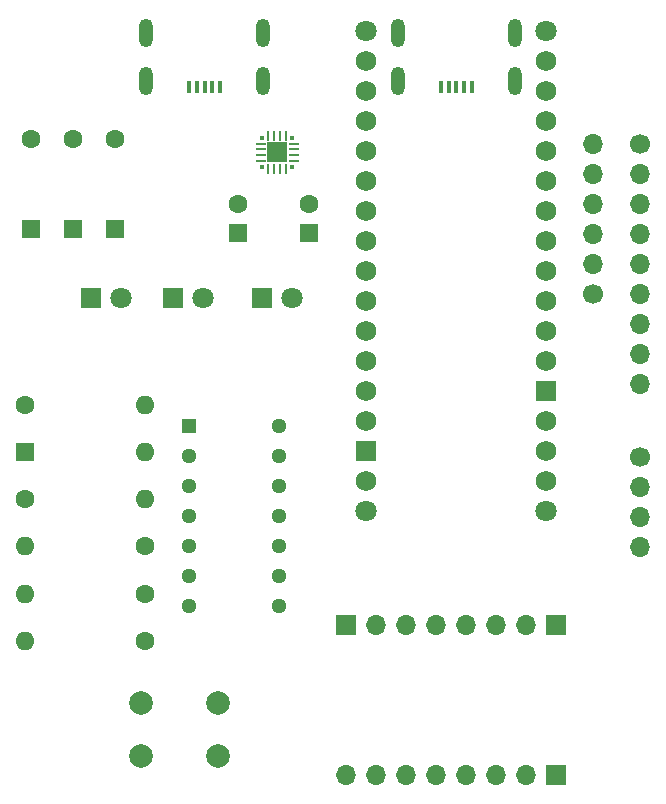
<source format=gbr>
%TF.GenerationSoftware,KiCad,Pcbnew,9.0.1-9.0.1-0~ubuntu24.04.1*%
%TF.CreationDate,2025-04-06T11:40:15+01:00*%
%TF.ProjectId,NanoMotorBreakout,4e616e6f-4d6f-4746-9f72-427265616b6f,rev?*%
%TF.SameCoordinates,Original*%
%TF.FileFunction,Soldermask,Top*%
%TF.FilePolarity,Negative*%
%FSLAX46Y46*%
G04 Gerber Fmt 4.6, Leading zero omitted, Abs format (unit mm)*
G04 Created by KiCad (PCBNEW 9.0.1-9.0.1-0~ubuntu24.04.1) date 2025-04-06 11:40:15*
%MOMM*%
%LPD*%
G01*
G04 APERTURE LIST*
%ADD10C,1.700000*%
%ADD11O,1.700000X1.700000*%
%ADD12R,1.295400X1.295400*%
%ADD13C,1.295400*%
%ADD14C,2.000000*%
%ADD15C,1.600000*%
%ADD16O,1.600000X1.600000*%
%ADD17R,1.600000X1.600000*%
%ADD18R,1.700000X1.700000*%
%ADD19R,0.457200X1.092200*%
%ADD20O,1.200000X2.400000*%
%ADD21R,1.800000X1.800000*%
%ADD22C,1.800000*%
%ADD23R,0.355600X0.355600*%
%ADD24R,0.812800X0.254000*%
%ADD25R,0.254000X0.812800*%
%ADD26R,1.701800X1.701800*%
%ADD27C,1.727200*%
%ADD28R,1.727200X1.727200*%
G04 APERTURE END LIST*
D10*
%TO.C,J4*%
X177240000Y-80760000D03*
D11*
X177240000Y-78220000D03*
X177240000Y-75680000D03*
X177240000Y-73140000D03*
X177240000Y-70600000D03*
X177240000Y-68060000D03*
%TD*%
D12*
%TO.C,U1*%
X143030000Y-91920000D03*
D13*
X143030000Y-94460000D03*
X143030000Y-97000000D03*
X143030000Y-99540000D03*
X143030000Y-102080000D03*
X143030000Y-104620000D03*
X143030000Y-107160000D03*
X150650000Y-107160000D03*
X150650000Y-104620000D03*
X150650000Y-102080000D03*
X150650000Y-99540000D03*
X150650000Y-97000000D03*
X150650000Y-94460000D03*
X150650000Y-91920000D03*
%TD*%
D14*
%TO.C,SW2*%
X138990000Y-115390000D03*
X145490000Y-115390000D03*
X138990000Y-119890000D03*
X145490000Y-119890000D03*
%TD*%
D10*
%TO.C,J5*%
X181240000Y-68060000D03*
D11*
X181240000Y-70600000D03*
X181240000Y-73140000D03*
X181240000Y-75680000D03*
X181240000Y-78220000D03*
X181240000Y-80760000D03*
X181240000Y-83300000D03*
X181240000Y-85840000D03*
X181240000Y-88380000D03*
%TD*%
D15*
%TO.C,R1*%
X129160000Y-90140000D03*
D16*
X139320000Y-90140000D03*
%TD*%
D17*
%TO.C,R2*%
X129160000Y-94140000D03*
D16*
X139320000Y-94140000D03*
%TD*%
D15*
%TO.C,C2*%
X153140000Y-73134888D03*
D17*
X153140000Y-75634888D03*
%TD*%
D15*
%TO.C,D3*%
X129640000Y-67630000D03*
D17*
X129640000Y-75250000D03*
%TD*%
D11*
%TO.C,M1*%
X156350000Y-121490000D03*
X158890000Y-121490000D03*
X161430000Y-121490000D03*
X163970000Y-121490000D03*
X166510000Y-121490000D03*
X169050000Y-121490000D03*
X171590000Y-121490000D03*
D18*
X174130000Y-121490000D03*
X174130000Y-108790000D03*
D11*
X171590000Y-108790000D03*
X169050000Y-108790000D03*
X166510000Y-108790000D03*
X163970000Y-108790000D03*
X161430000Y-108790000D03*
X158890000Y-108790000D03*
D18*
X156350000Y-108790000D03*
%TD*%
D15*
%TO.C,D1*%
X136740000Y-67630000D03*
D17*
X136740000Y-75250000D03*
%TD*%
D15*
%TO.C,R4*%
X139320000Y-102140000D03*
D16*
X129160000Y-102140000D03*
%TD*%
D19*
%TO.C,J2 Serial*%
X145640000Y-63231101D03*
X144989999Y-63231101D03*
X144340000Y-63231101D03*
X143690001Y-63231101D03*
X143040000Y-63231101D03*
D20*
X149290000Y-62711102D03*
X149290000Y-58711100D03*
X139390000Y-62711102D03*
X139390000Y-58711100D03*
%TD*%
D15*
%TO.C,D2*%
X133190000Y-67630000D03*
D17*
X133190000Y-75250000D03*
%TD*%
D21*
%TO.C,D5*%
X134700000Y-81140000D03*
D22*
X137240000Y-81140000D03*
%TD*%
D19*
%TO.C,J3 Power*%
X166940000Y-63231101D03*
X166289999Y-63231101D03*
X165640000Y-63231101D03*
X164990001Y-63231101D03*
X164340000Y-63231101D03*
D20*
X170590000Y-62711102D03*
X170590000Y-58711100D03*
X160690000Y-62711102D03*
X160690000Y-58711100D03*
%TD*%
D15*
%TO.C,C1*%
X147140000Y-73134888D03*
D17*
X147140000Y-75634888D03*
%TD*%
D23*
%TO.C,U2*%
X149240000Y-67539878D03*
D24*
X149093000Y-68039750D03*
X149093000Y-68539876D03*
X149093000Y-69040002D03*
X149093000Y-69540128D03*
D23*
X149240000Y-70040000D03*
D25*
X149739811Y-70186939D03*
X150239937Y-70186939D03*
X150740063Y-70186939D03*
X151240189Y-70186939D03*
D23*
X151740000Y-70040000D03*
D24*
X151887000Y-69540128D03*
X151887000Y-69040002D03*
X151887000Y-68539876D03*
X151887000Y-68039750D03*
D23*
X151740000Y-67539878D03*
D25*
X151240189Y-67392939D03*
X150740063Y-67392939D03*
X150239937Y-67392939D03*
X149739811Y-67392939D03*
D26*
X150490000Y-68789939D03*
%TD*%
D21*
%TO.C,D4*%
X141700000Y-81140000D03*
D22*
X144240000Y-81140000D03*
%TD*%
D15*
%TO.C,R5*%
X139320000Y-106140000D03*
D16*
X129160000Y-106140000D03*
%TD*%
D22*
%TO.C,A1*%
X173240000Y-99160000D03*
X173240000Y-58520000D03*
X158000000Y-99160000D03*
X158000000Y-58520000D03*
D27*
X158000000Y-63600000D03*
X158000000Y-89000000D03*
X158000000Y-68680000D03*
X158000000Y-71220000D03*
X158000000Y-73760000D03*
X158000000Y-76300000D03*
X158000000Y-78840000D03*
X158000000Y-81380000D03*
X158000000Y-83920000D03*
X158000000Y-86460000D03*
X158000000Y-66140000D03*
X173240000Y-94080000D03*
X173240000Y-96620000D03*
X173240000Y-86460000D03*
X173240000Y-83920000D03*
X173240000Y-81380000D03*
X173240000Y-78840000D03*
X173240000Y-76300000D03*
X173240000Y-73760000D03*
X173240000Y-71220000D03*
X173240000Y-68680000D03*
X173240000Y-66140000D03*
X173240000Y-63600000D03*
X173240000Y-61060000D03*
X158000000Y-61060000D03*
D28*
X173240000Y-89000000D03*
X158000000Y-94080000D03*
D27*
X173240000Y-91540000D03*
X158000000Y-91540000D03*
X158000000Y-96620000D03*
%TD*%
D21*
%TO.C,D6*%
X149240000Y-81140000D03*
D22*
X151780000Y-81140000D03*
%TD*%
D10*
%TO.C,J1*%
X181240000Y-94600000D03*
D11*
X181240000Y-97140000D03*
X181240000Y-99680000D03*
X181240000Y-102220000D03*
%TD*%
D15*
%TO.C,R6*%
X139320000Y-110140000D03*
D16*
X129160000Y-110140000D03*
%TD*%
D15*
%TO.C,R3*%
X129160000Y-98140000D03*
D16*
X139320000Y-98140000D03*
%TD*%
M02*

</source>
